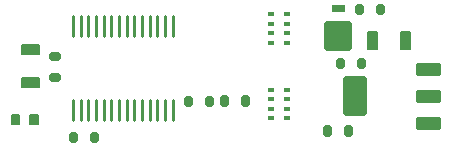
<source format=gbr>
G04 EAGLE Gerber RS-274X export*
G75*
%MOMM*%
%FSLAX34Y34*%
%LPD*%
%INSolderpaste Bottom*%
%IPPOS*%
%AMOC8*
5,1,8,0,0,1.08239X$1,22.5*%
G01*
%ADD10C,0.566959*%
%ADD11R,0.497600X0.347600*%
%ADD12C,0.228600*%
%ADD13C,0.135591*%
%ADD14C,0.183388*%
%ADD15C,0.213359*%
%ADD16C,0.511900*%
%ADD17C,0.620775*%
%ADD18C,0.079247*%


D10*
X80135Y32129D02*
X80135Y28323D01*
X78345Y28323D01*
X78345Y32129D01*
X80135Y32129D01*
X62355Y32129D02*
X62355Y28323D01*
X60565Y28323D01*
X60565Y32129D01*
X62355Y32129D01*
X188843Y59311D02*
X188843Y63117D01*
X190633Y63117D01*
X190633Y59311D01*
X188843Y59311D01*
X206623Y59311D02*
X206623Y63117D01*
X208413Y63117D01*
X208413Y59311D01*
X206623Y59311D01*
X177933Y58549D02*
X177933Y62355D01*
X177933Y58549D02*
X176143Y58549D01*
X176143Y62355D01*
X177933Y62355D01*
X160153Y62355D02*
X160153Y58549D01*
X158363Y58549D01*
X158363Y62355D01*
X160153Y62355D01*
X303143Y136527D02*
X303143Y140333D01*
X304933Y140333D01*
X304933Y136527D01*
X303143Y136527D01*
X320923Y136527D02*
X320923Y140333D01*
X322713Y140333D01*
X322713Y136527D01*
X320923Y136527D01*
D11*
X242970Y69912D03*
X242970Y61912D03*
X242970Y53912D03*
X242970Y45912D03*
X229470Y45912D03*
X229470Y53912D03*
X229470Y61912D03*
X229470Y69912D03*
X229470Y109920D03*
X229470Y117920D03*
X229470Y125920D03*
X229470Y133920D03*
X242970Y133920D03*
X242970Y125920D03*
X242970Y117920D03*
X242970Y109920D03*
D12*
X146050Y61341D02*
X146050Y44831D01*
X139548Y44831D02*
X139548Y61341D01*
X133050Y61341D02*
X133050Y44831D01*
X126550Y44831D02*
X126550Y61341D01*
X120048Y61341D02*
X120048Y44831D01*
X113551Y44831D02*
X113551Y61341D01*
X107053Y61341D02*
X107053Y44831D01*
X100551Y44831D02*
X100551Y61341D01*
X94051Y61341D02*
X94051Y44831D01*
X87549Y44831D02*
X87549Y61341D01*
X81046Y61341D02*
X81046Y44831D01*
X74549Y44831D02*
X74549Y61341D01*
X68052Y61341D02*
X68052Y44831D01*
X61549Y44831D02*
X61549Y61341D01*
X61549Y115951D02*
X61549Y132461D01*
X68052Y132461D02*
X68052Y115951D01*
X74549Y115951D02*
X74549Y132461D01*
X81046Y132461D02*
X81046Y115951D01*
X87549Y115951D02*
X87549Y132461D01*
X94051Y132461D02*
X94051Y115951D01*
X100551Y115951D02*
X100551Y132461D01*
X107053Y132461D02*
X107053Y115951D01*
X113551Y115951D02*
X113551Y132461D01*
X120048Y132461D02*
X120048Y115951D01*
X126550Y115951D02*
X126550Y132461D01*
X133050Y132461D02*
X133050Y115951D01*
X139553Y115951D02*
X139553Y132461D01*
X146050Y132461D02*
X146050Y115951D01*
D13*
X16138Y41398D02*
X9518Y41398D01*
X9518Y48518D01*
X16138Y48518D01*
X16138Y41398D01*
X16138Y42686D02*
X9518Y42686D01*
X9518Y43974D02*
X16138Y43974D01*
X16138Y45262D02*
X9518Y45262D01*
X9518Y46550D02*
X16138Y46550D01*
X16138Y47838D02*
X9518Y47838D01*
X25518Y41398D02*
X32138Y41398D01*
X25518Y41398D02*
X25518Y48518D01*
X32138Y48518D01*
X32138Y41398D01*
X32138Y42686D02*
X25518Y42686D01*
X25518Y43974D02*
X32138Y43974D01*
X32138Y45262D02*
X25518Y45262D01*
X25518Y46550D02*
X32138Y46550D01*
X32138Y47838D02*
X25518Y47838D01*
D14*
X311305Y104295D02*
X319123Y104295D01*
X311305Y104295D02*
X311305Y118717D01*
X319123Y118717D01*
X319123Y104295D01*
X319123Y106037D02*
X311305Y106037D01*
X311305Y107779D02*
X319123Y107779D01*
X319123Y109521D02*
X311305Y109521D01*
X311305Y111263D02*
X319123Y111263D01*
X319123Y113005D02*
X311305Y113005D01*
X311305Y114747D02*
X319123Y114747D01*
X319123Y116489D02*
X311305Y116489D01*
X311305Y118231D02*
X319123Y118231D01*
X339245Y104295D02*
X347063Y104295D01*
X339245Y104295D02*
X339245Y118717D01*
X347063Y118717D01*
X347063Y104295D01*
X347063Y106037D02*
X339245Y106037D01*
X339245Y107779D02*
X347063Y107779D01*
X347063Y109521D02*
X339245Y109521D01*
X339245Y111263D02*
X347063Y111263D01*
X347063Y113005D02*
X339245Y113005D01*
X339245Y114747D02*
X347063Y114747D01*
X347063Y116489D02*
X339245Y116489D01*
X339245Y118231D02*
X347063Y118231D01*
X32611Y80109D02*
X32611Y72291D01*
X18189Y72291D01*
X18189Y80109D01*
X32611Y80109D01*
X32611Y74033D02*
X18189Y74033D01*
X18189Y75775D02*
X32611Y75775D01*
X32611Y77517D02*
X18189Y77517D01*
X18189Y79259D02*
X32611Y79259D01*
X32611Y100231D02*
X32611Y108049D01*
X32611Y100231D02*
X18189Y100231D01*
X18189Y108049D01*
X32611Y108049D01*
X32611Y101973D02*
X18189Y101973D01*
X18189Y103715D02*
X32611Y103715D01*
X32611Y105457D02*
X18189Y105457D01*
X18189Y107199D02*
X32611Y107199D01*
D15*
X353111Y92151D02*
X353111Y83617D01*
X353111Y92151D02*
X371805Y92151D01*
X371805Y83617D01*
X353111Y83617D01*
X353111Y85644D02*
X371805Y85644D01*
X371805Y87671D02*
X353111Y87671D01*
X353111Y89698D02*
X371805Y89698D01*
X371805Y91725D02*
X353111Y91725D01*
X353111Y69037D02*
X353111Y60503D01*
X353111Y69037D02*
X371805Y69037D01*
X371805Y60503D01*
X353111Y60503D01*
X353111Y62530D02*
X371805Y62530D01*
X371805Y64557D02*
X353111Y64557D01*
X353111Y66584D02*
X371805Y66584D01*
X371805Y68611D02*
X353111Y68611D01*
X353111Y45923D02*
X353111Y37389D01*
X353111Y45923D02*
X371805Y45923D01*
X371805Y37389D01*
X353111Y37389D01*
X353111Y39416D02*
X371805Y39416D01*
X371805Y41443D02*
X353111Y41443D01*
X353111Y43470D02*
X371805Y43470D01*
X371805Y45497D02*
X353111Y45497D01*
D16*
X292801Y50091D02*
X292801Y79449D01*
X308159Y79449D01*
X308159Y50091D01*
X292801Y50091D01*
X292801Y54954D02*
X308159Y54954D01*
X308159Y59817D02*
X292801Y59817D01*
X292801Y64680D02*
X308159Y64680D01*
X308159Y69543D02*
X292801Y69543D01*
X292801Y74406D02*
X308159Y74406D01*
X308159Y79269D02*
X292801Y79269D01*
D10*
X47623Y99955D02*
X43817Y99955D01*
X47623Y99955D02*
X47623Y98165D01*
X43817Y98165D01*
X43817Y99955D01*
X43817Y82175D02*
X47623Y82175D01*
X47623Y80385D01*
X43817Y80385D01*
X43817Y82175D01*
D17*
X276916Y106721D02*
X294584Y106721D01*
X276916Y106721D02*
X276916Y125659D01*
X294584Y125659D01*
X294584Y106721D01*
X294584Y112619D02*
X276916Y112619D01*
X276916Y118517D02*
X294584Y118517D01*
X294584Y124415D02*
X276916Y124415D01*
D18*
X280558Y137038D02*
X280558Y142342D01*
X290942Y142342D01*
X290942Y137038D01*
X280558Y137038D01*
X280558Y137790D02*
X290942Y137790D01*
X290942Y138542D02*
X280558Y138542D01*
X280558Y139294D02*
X290942Y139294D01*
X290942Y140046D02*
X280558Y140046D01*
X280558Y140798D02*
X290942Y140798D01*
X290942Y141550D02*
X280558Y141550D01*
X280558Y142302D02*
X290942Y142302D01*
D10*
X306203Y94613D02*
X306203Y90807D01*
X304413Y90807D01*
X304413Y94613D01*
X306203Y94613D01*
X288423Y94613D02*
X288423Y90807D01*
X286633Y90807D01*
X286633Y94613D01*
X288423Y94613D01*
X295535Y37463D02*
X295535Y33657D01*
X293745Y33657D01*
X293745Y37463D01*
X295535Y37463D01*
X277755Y37463D02*
X277755Y33657D01*
X275965Y33657D01*
X275965Y37463D01*
X277755Y37463D01*
M02*

</source>
